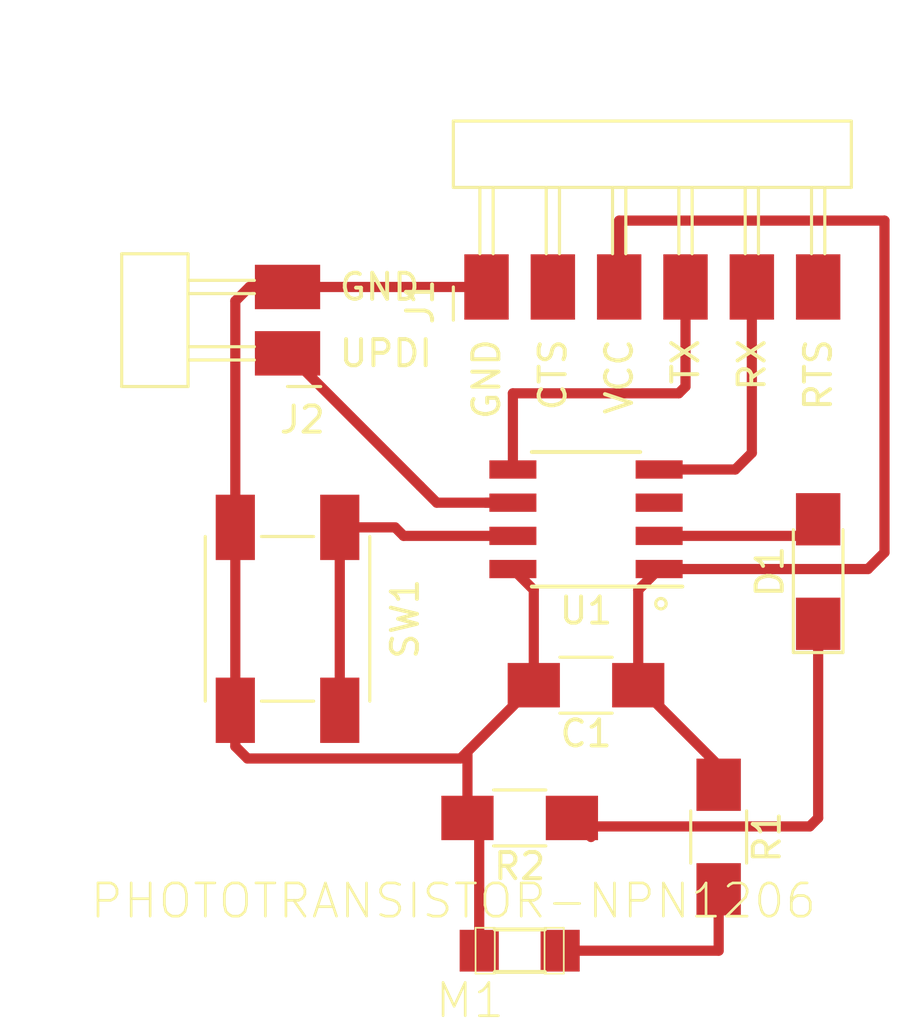
<source format=kicad_pcb>
(kicad_pcb (version 20171130) (host pcbnew "(5.1.9-0-10_14)")

  (general
    (thickness 1.6)
    (drawings 0)
    (tracks 50)
    (zones 0)
    (modules 9)
    (nets 13)
  )

  (page A4)
  (layers
    (0 F.Cu signal)
    (31 B.Cu signal)
    (32 B.Adhes user)
    (33 F.Adhes user)
    (34 B.Paste user)
    (35 F.Paste user)
    (36 B.SilkS user)
    (37 F.SilkS user)
    (38 B.Mask user)
    (39 F.Mask user)
    (40 Dwgs.User user)
    (41 Cmts.User user)
    (42 Eco1.User user)
    (43 Eco2.User user)
    (44 Edge.Cuts user)
    (45 Margin user)
    (46 B.CrtYd user)
    (47 F.CrtYd user)
    (48 B.Fab user)
    (49 F.Fab user)
  )

  (setup
    (last_trace_width 0.39)
    (trace_clearance 0.4)
    (zone_clearance 0.508)
    (zone_45_only no)
    (trace_min 0.2)
    (via_size 0.8)
    (via_drill 0.4)
    (via_min_size 0.4)
    (via_min_drill 0.3)
    (uvia_size 0.3)
    (uvia_drill 0.1)
    (uvias_allowed no)
    (uvia_min_size 0.2)
    (uvia_min_drill 0.1)
    (edge_width 0.05)
    (segment_width 0.2)
    (pcb_text_width 0.3)
    (pcb_text_size 1.5 1.5)
    (mod_edge_width 0.12)
    (mod_text_size 1 1)
    (mod_text_width 0.15)
    (pad_size 1.524 1.524)
    (pad_drill 0.762)
    (pad_to_mask_clearance 0)
    (aux_axis_origin 0 0)
    (visible_elements FFFFFF7F)
    (pcbplotparams
      (layerselection 0x010fc_ffffffff)
      (usegerberextensions false)
      (usegerberattributes true)
      (usegerberadvancedattributes true)
      (creategerberjobfile true)
      (excludeedgelayer true)
      (linewidth 0.100000)
      (plotframeref false)
      (viasonmask false)
      (mode 1)
      (useauxorigin false)
      (hpglpennumber 1)
      (hpglpenspeed 20)
      (hpglpendiameter 15.000000)
      (psnegative false)
      (psa4output false)
      (plotreference true)
      (plotvalue true)
      (plotinvisibletext false)
      (padsonsilk false)
      (subtractmaskfromsilk false)
      (outputformat 1)
      (mirror false)
      (drillshape 1)
      (scaleselection 1)
      (outputdirectory ""))
  )

  (net 0 "")
  (net 1 VCC)
  (net 2 GND)
  (net 3 "Net-(D1-Pad1)")
  (net 4 LED)
  (net 5 "Net-(J1-Pad6)")
  (net 6 Rx)
  (net 7 Tx)
  (net 8 "Net-(J1-Pad2)")
  (net 9 "Net-(J2-Pad1)")
  (net 10 "Net-(M1-PadCOLLECTOR)")
  (net 11 BUTTON)
  (net 12 SENSOR)

  (net_class Default "This is the default net class."
    (clearance 0.4)
    (trace_width 0.39)
    (via_dia 0.8)
    (via_drill 0.4)
    (uvia_dia 0.3)
    (uvia_drill 0.1)
    (add_net BUTTON)
    (add_net GND)
    (add_net LED)
    (add_net "Net-(D1-Pad1)")
    (add_net "Net-(J1-Pad2)")
    (add_net "Net-(J1-Pad6)")
    (add_net "Net-(J2-Pad1)")
    (add_net "Net-(M1-PadCOLLECTOR)")
    (add_net Rx)
    (add_net SENSOR)
    (add_net Tx)
    (add_net VCC)
  )

  (module Fab_Library:fab-OP1206 (layer F.Cu) (tedit 200000) (tstamp 6042836E)
    (at 125.73 118.11 180)
    (path /6042C869)
    (attr smd)
    (fp_text reference M1 (at 1.905 -1.905) (layer F.SilkS)
      (effects (font (size 1.27 1.27) (thickness 0.1016)))
    )
    (fp_text value PHOTOTRANSISTOR-NPN1206 (at 2.54 1.905) (layer F.SilkS)
      (effects (font (size 1.27 1.27) (thickness 0.1016)))
    )
    (fp_line (start -1.6891 0.8763) (end -0.9525 0.8763) (layer F.SilkS) (width 0.06604))
    (fp_line (start -0.9525 0.8763) (end -0.9525 -0.8763) (layer F.SilkS) (width 0.06604))
    (fp_line (start -1.6891 -0.8763) (end -0.9525 -0.8763) (layer F.SilkS) (width 0.06604))
    (fp_line (start -1.6891 0.8763) (end -1.6891 -0.8763) (layer F.SilkS) (width 0.06604))
    (fp_line (start 0.9525 0.8763) (end 1.6891 0.8763) (layer F.SilkS) (width 0.06604))
    (fp_line (start 1.6891 0.8763) (end 1.6891 -0.8763) (layer F.SilkS) (width 0.06604))
    (fp_line (start 0.9525 -0.8763) (end 1.6891 -0.8763) (layer F.SilkS) (width 0.06604))
    (fp_line (start 0.9525 0.8763) (end 0.9525 -0.8763) (layer F.SilkS) (width 0.06604))
    (fp_line (start 0.9525 0.8128) (end -0.9652 0.8128) (layer F.SilkS) (width 0.1524))
    (fp_line (start 0.9525 -0.8128) (end -0.9652 -0.8128) (layer F.SilkS) (width 0.1524))
    (pad EMITTER smd rect (at 1.5494 0 180) (size 1.4986 1.59766) (layers F.Cu F.Paste F.Mask)
      (net 2 GND))
    (pad COLLECTOR smd rect (at -1.5494 0 180) (size 1.4986 1.59766) (layers F.Cu F.Paste F.Mask)
      (net 10 "Net-(M1-PadCOLLECTOR)"))
  )

  (module Fab_Library:SOIC-8_3.9x4.9mm_P1.27mm (layer F.Cu) (tedit 6002FE9A) (tstamp 6042801C)
    (at 128.27 101.6 180)
    (tags "SOIC 1.27")
    (path /60422191)
    (attr smd)
    (fp_text reference U1 (at 0 -3.5) (layer F.SilkS)
      (effects (font (size 1 1) (thickness 0.15)))
    )
    (fp_text value Microcontroller_ATtiny412_SSFR (at -7.62 1.27 90) (layer F.Fab)
      (effects (font (size 1 1) (thickness 0.15)))
    )
    (fp_text user %R (at 0 0) (layer F.Fab)
      (effects (font (size 0.9 0.9) (thickness 0.135)))
    )
    (fp_line (start -3.9 2.75) (end -3.9 -2.8) (layer B.CrtYd) (width 0.05))
    (fp_line (start 3.95 2.75) (end -3.9 2.75) (layer B.CrtYd) (width 0.05))
    (fp_line (start 3.95 -2.8) (end 3.95 2.75) (layer B.CrtYd) (width 0.05))
    (fp_line (start -3.9 -2.8) (end 3.95 -2.8) (layer B.CrtYd) (width 0.05))
    (fp_line (start -1.95 -2.45) (end -1.95 2.45) (layer F.Fab) (width 0.1))
    (fp_line (start 1.95 -2.45) (end 1.95 2.45) (layer F.Fab) (width 0.1))
    (fp_line (start -1.95 2.45) (end 1.95 2.45) (layer F.Fab) (width 0.1))
    (fp_line (start -1.95 -2.45) (end 1.95 -2.45) (layer F.Fab) (width 0.1))
    (fp_line (start -2.075 2.575) (end 2.075 2.575) (layer F.SilkS) (width 0.15))
    (fp_line (start -3.69 -2.575) (end 2.075 -2.575) (layer F.SilkS) (width 0.15))
    (fp_circle (center -2.87 -3.23) (end -2.67 -3.23) (layer F.SilkS) (width 0.12))
    (pad 1 smd rect (at -2.8 -1.905 180) (size 1.8 0.7) (layers F.Cu F.Paste F.Mask)
      (net 1 VCC))
    (pad 2 smd rect (at -2.8 -0.635 180) (size 1.8 0.7) (layers F.Cu F.Paste F.Mask)
      (net 4 LED))
    (pad 3 smd rect (at -2.8 0.635 180) (size 1.8 0.7) (layers F.Cu F.Paste F.Mask)
      (net 12 SENSOR))
    (pad 4 smd rect (at -2.8 1.905 180) (size 1.8 0.7) (layers F.Cu F.Paste F.Mask)
      (net 6 Rx))
    (pad 5 smd rect (at 2.8 1.905 180) (size 1.8 0.7) (layers F.Cu F.Paste F.Mask)
      (net 7 Tx))
    (pad 6 smd rect (at 2.8 0.635 180) (size 1.8 0.7) (layers F.Cu F.Paste F.Mask)
      (net 9 "Net-(J2-Pad1)"))
    (pad 7 smd rect (at 2.8 -0.635 180) (size 1.8 0.7) (layers F.Cu F.Paste F.Mask)
      (net 11 BUTTON))
    (pad 8 smd rect (at 2.8 -1.905 180) (size 1.8 0.7) (layers F.Cu F.Paste F.Mask)
      (net 2 GND))
    (model ${FAB}/fab.3dshapes/SOIC-8_3.9x4.9mm_P1.27mm.step
      (at (xyz 0 0 0))
      (scale (xyz 1 1 1))
      (rotate (xyz 0 0 0))
    )
  )

  (module Fab_Library:Button_Omron_B3SN_6x6mm (layer F.Cu) (tedit 5EC65B05) (tstamp 60428004)
    (at 116.84 105.41 270)
    (descr "Surface Mount Tactile Switch for High-Density Packaging")
    (tags "Tactile Switch")
    (path /6042BA28)
    (attr smd)
    (fp_text reference SW1 (at 0 -4.5 90) (layer F.SilkS)
      (effects (font (size 1 1) (thickness 0.15)))
    )
    (fp_text value BUTTON_B3SN (at 0 4.5 180) (layer F.Fab)
      (effects (font (size 1 1) (thickness 0.15)))
    )
    (fp_text user %R (at 0 -4.5 90) (layer F.Fab)
      (effects (font (size 1 1) (thickness 0.15)))
    )
    (fp_line (start -3 3) (end -3 -3) (layer F.Fab) (width 0.1))
    (fp_line (start 3 3) (end -3 3) (layer F.Fab) (width 0.1))
    (fp_line (start 3 -3) (end 3 3) (layer F.Fab) (width 0.1))
    (fp_line (start -3 -3) (end 3 -3) (layer F.Fab) (width 0.1))
    (fp_circle (center 0 0) (end 1.65 0) (layer F.Fab) (width 0.1))
    (fp_line (start 3.15 -1) (end 3.15 1) (layer F.SilkS) (width 0.12))
    (fp_line (start 3.15 3.15) (end -3.15 3.15) (layer F.SilkS) (width 0.12))
    (fp_line (start -3.15 1) (end -3.15 -1) (layer F.SilkS) (width 0.12))
    (fp_line (start -3.15 -3.15) (end 3.15 -3.15) (layer F.SilkS) (width 0.12))
    (fp_line (start -5 -3.7) (end -5 3.7) (layer F.CrtYd) (width 0.05))
    (fp_line (start 5 -3.7) (end -5 -3.7) (layer F.CrtYd) (width 0.05))
    (fp_line (start 5 3.7) (end 5 -3.7) (layer F.CrtYd) (width 0.05))
    (fp_line (start -5 3.7) (end 5 3.7) (layer F.CrtYd) (width 0.05))
    (pad 1 smd rect (at -3.5 -2 270) (size 2.5 1.5) (layers F.Cu F.Paste F.Mask)
      (net 11 BUTTON))
    (pad 1 smd rect (at 3.5 -2 270) (size 2.5 1.5) (layers F.Cu F.Paste F.Mask)
      (net 11 BUTTON))
    (pad 2 smd rect (at -3.5 2 270) (size 2.5 1.5) (layers F.Cu F.Paste F.Mask)
      (net 2 GND))
    (pad 2 smd rect (at 3.5 2 270) (size 2.5 1.5) (layers F.Cu F.Paste F.Mask)
      (net 2 GND))
    (model ${KISYS3DMOD}/Buttons_Switches_SMD.3dshapes/SW_SPST_B3S-1000.wrl
      (at (xyz 0 0 0))
      (scale (xyz 1 1 1))
      (rotate (xyz 0 0 0))
    )
  )

  (module Fab_Library:R_1206 (layer F.Cu) (tedit 60020482) (tstamp 60427FEE)
    (at 125.73 113.03 180)
    (descr "Resistor SMD 1206, hand soldering")
    (tags "resistor 1206")
    (path /60424F12)
    (attr smd)
    (fp_text reference R2 (at 0 -1.85) (layer F.SilkS)
      (effects (font (size 1 1) (thickness 0.15)))
    )
    (fp_text value 5k (at 0 1.9) (layer F.Fab)
      (effects (font (size 1 1) (thickness 0.15)))
    )
    (fp_text user %R (at 0 0) (layer F.Fab)
      (effects (font (size 0.7 0.7) (thickness 0.105)))
    )
    (fp_line (start -1.6 0.8) (end -1.6 -0.8) (layer F.Fab) (width 0.1))
    (fp_line (start 1.6 0.8) (end -1.6 0.8) (layer F.Fab) (width 0.1))
    (fp_line (start 1.6 -0.8) (end 1.6 0.8) (layer F.Fab) (width 0.1))
    (fp_line (start -1.6 -0.8) (end 1.6 -0.8) (layer F.Fab) (width 0.1))
    (fp_line (start 1 1.07) (end -1 1.07) (layer F.SilkS) (width 0.12))
    (fp_line (start -1 -1.07) (end 1 -1.07) (layer F.SilkS) (width 0.12))
    (fp_line (start -3.25 -1.11) (end 3.25 -1.11) (layer F.CrtYd) (width 0.05))
    (fp_line (start -3.25 -1.11) (end -3.25 1.1) (layer F.CrtYd) (width 0.05))
    (fp_line (start 3.25 1.1) (end 3.25 -1.11) (layer F.CrtYd) (width 0.05))
    (fp_line (start 3.25 1.1) (end -3.25 1.1) (layer F.CrtYd) (width 0.05))
    (pad 1 smd rect (at -2 0 180) (size 2 1.7) (layers F.Cu F.Paste F.Mask)
      (net 3 "Net-(D1-Pad1)"))
    (pad 2 smd rect (at 2 0 180) (size 2 1.7) (layers F.Cu F.Paste F.Mask)
      (net 2 GND))
    (model ${FAB}/fab.3dshapes/R_1206.step
      (at (xyz 0 0 0))
      (scale (xyz 1 1 1))
      (rotate (xyz 0 0 0))
    )
  )

  (module Fab_Library:R_1206 (layer F.Cu) (tedit 60020482) (tstamp 60427FDD)
    (at 133.35 113.76 270)
    (descr "Resistor SMD 1206, hand soldering")
    (tags "resistor 1206")
    (path /6043B9D3)
    (attr smd)
    (fp_text reference R1 (at 0 -1.85 90) (layer F.SilkS)
      (effects (font (size 1 1) (thickness 0.15)))
    )
    (fp_text value 10k (at 0 1.9 90) (layer F.Fab)
      (effects (font (size 1 1) (thickness 0.15)))
    )
    (fp_text user %R (at 0 0 90) (layer F.Fab)
      (effects (font (size 0.7 0.7) (thickness 0.105)))
    )
    (fp_line (start -1.6 0.8) (end -1.6 -0.8) (layer F.Fab) (width 0.1))
    (fp_line (start 1.6 0.8) (end -1.6 0.8) (layer F.Fab) (width 0.1))
    (fp_line (start 1.6 -0.8) (end 1.6 0.8) (layer F.Fab) (width 0.1))
    (fp_line (start -1.6 -0.8) (end 1.6 -0.8) (layer F.Fab) (width 0.1))
    (fp_line (start 1 1.07) (end -1 1.07) (layer F.SilkS) (width 0.12))
    (fp_line (start -1 -1.07) (end 1 -1.07) (layer F.SilkS) (width 0.12))
    (fp_line (start -3.25 -1.11) (end 3.25 -1.11) (layer F.CrtYd) (width 0.05))
    (fp_line (start -3.25 -1.11) (end -3.25 1.1) (layer F.CrtYd) (width 0.05))
    (fp_line (start 3.25 1.1) (end 3.25 -1.11) (layer F.CrtYd) (width 0.05))
    (fp_line (start 3.25 1.1) (end -3.25 1.1) (layer F.CrtYd) (width 0.05))
    (pad 1 smd rect (at -2 0 270) (size 2 1.7) (layers F.Cu F.Paste F.Mask)
      (net 1 VCC))
    (pad 2 smd rect (at 2 0 270) (size 2 1.7) (layers F.Cu F.Paste F.Mask)
      (net 10 "Net-(M1-PadCOLLECTOR)"))
    (model ${FAB}/fab.3dshapes/R_1206.step
      (at (xyz 0 0 0))
      (scale (xyz 1 1 1))
      (rotate (xyz 0 0 0))
    )
  )

  (module Fab_Library:Header_SMD_UPDI_01x02_P2.54mm_Horizontal_Male (layer F.Cu) (tedit 5FFD954C) (tstamp 60427FCC)
    (at 116.84 95.25 180)
    (descr https://s3.amazonaws.com/catalogspreads-pdf/PAGE112-113%20.100%20MALE%20HDR.pdf)
    (tags "horizontal pin header SMD 2.54mm")
    (path /60427CBC)
    (attr smd)
    (fp_text reference J2 (at -1.524 -2.54 180) (layer F.SilkS)
      (effects (font (size 1 1) (thickness 0.15)) (justify right))
    )
    (fp_text value Conn_UPDI_01x02_Male (at 2.1 5.4) (layer F.Fab)
      (effects (font (size 1 1) (thickness 0.15)))
    )
    (fp_text user GND (at -1.905 2.54) (layer F.SilkS)
      (effects (font (size 1 1) (thickness 0.15)) (justify left))
    )
    (fp_text user UPDI (at -1.905 0) (layer F.SilkS)
      (effects (font (size 1 1) (thickness 0.15)) (justify left))
    )
    (fp_text user %R (at 2.54 1.27 90) (layer F.Fab)
      (effects (font (size 1 1) (thickness 0.15)))
    )
    (fp_line (start -0.635 2.286) (end -0.635 2.794) (layer F.Fab) (width 0.1))
    (fp_line (start -0.635 -0.254) (end -0.635 0.254) (layer F.Fab) (width 0.1))
    (fp_line (start 3.81 2.794) (end 1.27 2.794) (layer F.SilkS) (width 0.12))
    (fp_line (start 3.81 2.286) (end 1.27 2.286) (layer F.SilkS) (width 0.12))
    (fp_line (start 3.81 0.254) (end 1.27 0.254) (layer F.SilkS) (width 0.12))
    (fp_line (start 3.81 -0.254) (end 1.27 -0.254) (layer F.SilkS) (width 0.12))
    (fp_line (start 3.81 3.81) (end 3.81 -1.27) (layer F.SilkS) (width 0.12))
    (fp_line (start 6.35 3.81) (end 3.81 3.81) (layer F.SilkS) (width 0.12))
    (fp_line (start 6.35 -1.27) (end 6.35 3.81) (layer F.SilkS) (width 0.12))
    (fp_line (start 3.81 -1.27) (end 6.35 -1.27) (layer F.SilkS) (width 0.12))
    (fp_line (start 3.81 2.54) (end -0.635 2.54) (layer F.Fab) (width 0.1))
    (fp_line (start 3.81 0) (end -0.635 0) (layer F.Fab) (width 0.1))
    (fp_line (start 6.34 -1.27) (end 6.35 3.81) (layer F.Fab) (width 0.1))
    (fp_line (start 3.8 3.81) (end 6.35 3.81) (layer F.Fab) (width 0.1))
    (fp_line (start 3.8 -1.27) (end 6.34 -1.27) (layer F.Fab) (width 0.1))
    (fp_line (start 3.81 3.81) (end 3.8 -1.27) (layer F.Fab) (width 0.1))
    (fp_line (start -1.27 -1.27) (end 0 -1.27) (layer F.SilkS) (width 0.12))
    (fp_line (start -1.8 -1.8) (end -1.8 4.3) (layer F.CrtYd) (width 0.05))
    (fp_line (start -1.8 4.3) (end 6.4 4.3) (layer F.CrtYd) (width 0.05))
    (fp_line (start 6.4 4.3) (end 6.4 -1.8) (layer F.CrtYd) (width 0.05))
    (fp_line (start 6.4 -1.8) (end -1.8 -1.8) (layer F.CrtYd) (width 0.05))
    (pad 2 smd rect (at 0 2.54 180) (size 2.5 1.7) (layers F.Cu F.Paste F.Mask)
      (net 2 GND))
    (pad 1 smd rect (at 0 0 180) (size 2.5 1.7) (layers F.Cu F.Paste F.Mask)
      (net 9 "Net-(J2-Pad1)"))
    (model ${FAB}/fab.3dshapes/Header_SMD_01x02_P2.54mm_Horizontal_Male.step
      (at (xyz 0 0 0))
      (scale (xyz 1 1 1))
      (rotate (xyz 0 0 0))
    )
  )

  (module Fab_Library:Header_SMD_FTDI_01x06_P2.54mm_Horizontal_Male (layer F.Cu) (tedit 5FFD952E) (tstamp 60427FAE)
    (at 124.46 92.71 90)
    (descr https://s3.amazonaws.com/catalogspreads-pdf/PAGE112-113%20.100%20MALE%20HDR.pdf)
    (tags "horizontal pin header SMD 2.54mm")
    (path /6042A3B3)
    (attr smd)
    (fp_text reference J1 (at -1.524 -2.54 270) (layer F.SilkS)
      (effects (font (size 1 1) (thickness 0.15)) (justify left))
    )
    (fp_text value Conn_FTDI_01x06_Male (at 2.286 15.621 90) (layer F.Fab)
      (effects (font (size 1 1) (thickness 0.15)))
    )
    (fp_text user RTS (at -1.905 12.7 90) (layer F.SilkS)
      (effects (font (size 1 1) (thickness 0.15)) (justify right))
    )
    (fp_text user RX (at -1.905 10.16 90) (layer F.SilkS)
      (effects (font (size 1 1) (thickness 0.15)) (justify right))
    )
    (fp_text user TX (at -1.905 7.62 90) (layer F.SilkS)
      (effects (font (size 1 1) (thickness 0.15)) (justify right))
    )
    (fp_text user VCC (at -1.905 5.08 90) (layer F.SilkS)
      (effects (font (size 1 1) (thickness 0.15)) (justify right))
    )
    (fp_text user CTS (at -1.905 2.54 90) (layer F.SilkS)
      (effects (font (size 1 1) (thickness 0.15)) (justify right))
    )
    (fp_text user GND (at -1.905 0 90) (layer F.SilkS)
      (effects (font (size 1 1) (thickness 0.15)) (justify right))
    )
    (fp_text user %R (at 2.6 6.1) (layer F.Fab)
      (effects (font (size 1 1) (thickness 0.15)))
    )
    (fp_line (start -0.635 12.446) (end -0.635 12.954) (layer F.Fab) (width 0.1))
    (fp_line (start -0.635 9.906) (end -0.635 10.414) (layer F.Fab) (width 0.1))
    (fp_line (start -0.635 7.366) (end -0.635 7.874) (layer F.Fab) (width 0.1))
    (fp_line (start -0.635 4.826) (end -0.635 5.334) (layer F.Fab) (width 0.1))
    (fp_line (start -0.635 2.286) (end -0.635 2.794) (layer F.Fab) (width 0.1))
    (fp_line (start -0.635 -0.254) (end -0.635 0.254) (layer F.Fab) (width 0.1))
    (fp_line (start 3.81 12.954) (end 1.27 12.954) (layer F.SilkS) (width 0.12))
    (fp_line (start 3.81 12.446) (end 1.27 12.446) (layer F.SilkS) (width 0.12))
    (fp_line (start 3.81 10.414) (end 1.27 10.414) (layer F.SilkS) (width 0.12))
    (fp_line (start 3.81 9.906) (end 1.27 9.906) (layer F.SilkS) (width 0.12))
    (fp_line (start 3.81 7.874) (end 1.27 7.874) (layer F.SilkS) (width 0.12))
    (fp_line (start 3.81 7.366) (end 1.27 7.366) (layer F.SilkS) (width 0.12))
    (fp_line (start 3.81 5.334) (end 1.27 5.334) (layer F.SilkS) (width 0.12))
    (fp_line (start 3.81 4.826) (end 1.27 4.826) (layer F.SilkS) (width 0.12))
    (fp_line (start 3.81 2.794) (end 1.27 2.794) (layer F.SilkS) (width 0.12))
    (fp_line (start 3.81 2.286) (end 1.27 2.286) (layer F.SilkS) (width 0.12))
    (fp_line (start 3.81 0.254) (end 1.27 0.254) (layer F.SilkS) (width 0.12))
    (fp_line (start 3.81 -0.254) (end 1.27 -0.254) (layer F.SilkS) (width 0.12))
    (fp_line (start 3.81 13.97) (end 3.81 -1.27) (layer F.SilkS) (width 0.12))
    (fp_line (start 6.35 13.97) (end 3.81 13.97) (layer F.SilkS) (width 0.12))
    (fp_line (start 6.35 -1.27) (end 6.35 13.97) (layer F.SilkS) (width 0.12))
    (fp_line (start 3.81 -1.27) (end 6.35 -1.27) (layer F.SilkS) (width 0.12))
    (fp_line (start 3.81 12.7) (end -0.635 12.7) (layer F.Fab) (width 0.1))
    (fp_line (start 3.81 10.16) (end -0.635 10.16) (layer F.Fab) (width 0.1))
    (fp_line (start 3.81 7.62) (end -0.635 7.62) (layer F.Fab) (width 0.1))
    (fp_line (start 3.81 5.08) (end -0.635 5.08) (layer F.Fab) (width 0.1))
    (fp_line (start 3.81 2.54) (end -0.635 2.54) (layer F.Fab) (width 0.1))
    (fp_line (start 3.81 0) (end -0.635 0) (layer F.Fab) (width 0.1))
    (fp_line (start 6.34 -1.27) (end 6.35 13.97) (layer F.Fab) (width 0.1))
    (fp_line (start 3.8 13.97) (end 6.35 13.97) (layer F.Fab) (width 0.1))
    (fp_line (start 3.8 -1.27) (end 6.34 -1.27) (layer F.Fab) (width 0.1))
    (fp_line (start 3.8 13.97) (end 3.8 -1.27) (layer F.Fab) (width 0.1))
    (fp_line (start -1.27 -1.27) (end 0 -1.27) (layer F.SilkS) (width 0.12))
    (fp_line (start -1.8 -1.8) (end -1.8 14.5) (layer F.CrtYd) (width 0.05))
    (fp_line (start -1.8 14.5) (end 6.4 14.5) (layer F.CrtYd) (width 0.05))
    (fp_line (start 6.4 14.5) (end 6.4 -1.8) (layer F.CrtYd) (width 0.05))
    (fp_line (start 6.4 -1.8) (end -1.8 -1.8) (layer F.CrtYd) (width 0.05))
    (pad 6 smd rect (at 0 12.7 90) (size 2.5 1.7) (layers F.Cu F.Paste F.Mask)
      (net 5 "Net-(J1-Pad6)"))
    (pad 5 smd rect (at 0 10.16 90) (size 2.5 1.7) (layers F.Cu F.Paste F.Mask)
      (net 6 Rx))
    (pad 4 smd rect (at 0 7.62 90) (size 2.5 1.7) (layers F.Cu F.Paste F.Mask)
      (net 7 Tx))
    (pad 3 smd rect (at 0 5.08 90) (size 2.5 1.7) (layers F.Cu F.Paste F.Mask)
      (net 1 VCC))
    (pad 2 smd rect (at 0 2.54 90) (size 2.5 1.7) (layers F.Cu F.Paste F.Mask)
      (net 8 "Net-(J1-Pad2)"))
    (pad 1 smd rect (at 0 0 90) (size 2.5 1.7) (layers F.Cu F.Paste F.Mask)
      (net 2 GND))
    (model ${FAB}/fab.3dshapes/Header_SMD_01x06_P2.54mm_Horizontal_Male.step
      (at (xyz 0 0 0))
      (scale (xyz 1 1 1))
      (rotate (xyz 0 0 0))
    )
  )

  (module Fab_Library:LED_1206 (layer F.Cu) (tedit 595FC724) (tstamp 60427F78)
    (at 137.16 103.6 90)
    (descr "LED SMD 1206, hand soldering")
    (tags "LED 1206")
    (path /604266F0)
    (attr smd)
    (fp_text reference D1 (at 0 -1.85 90) (layer F.SilkS)
      (effects (font (size 1 1) (thickness 0.15)))
    )
    (fp_text value LED (at 0 1.9 90) (layer F.Fab)
      (effects (font (size 1 1) (thickness 0.15)))
    )
    (fp_line (start 3.25 1.1) (end -3.25 1.1) (layer F.CrtYd) (width 0.05))
    (fp_line (start 3.25 1.1) (end 3.25 -1.11) (layer F.CrtYd) (width 0.05))
    (fp_line (start -3.25 -1.11) (end -3.25 1.1) (layer F.CrtYd) (width 0.05))
    (fp_line (start -3.25 -1.11) (end 3.25 -1.11) (layer F.CrtYd) (width 0.05))
    (fp_line (start -3.1 -0.95) (end 1.6 -0.95) (layer F.SilkS) (width 0.12))
    (fp_line (start -3.1 0.95) (end 1.6 0.95) (layer F.SilkS) (width 0.12))
    (fp_line (start -1.6 -0.8) (end 1.6 -0.8) (layer F.Fab) (width 0.1))
    (fp_line (start 1.6 -0.8) (end 1.6 0.8) (layer F.Fab) (width 0.1))
    (fp_line (start 1.6 0.8) (end -1.6 0.8) (layer F.Fab) (width 0.1))
    (fp_line (start -1.6 0.8) (end -1.6 -0.8) (layer F.Fab) (width 0.1))
    (fp_line (start -0.45 -0.4) (end -0.45 0.4) (layer F.Fab) (width 0.1))
    (fp_line (start 0.2 0.4) (end -0.4 0) (layer F.Fab) (width 0.1))
    (fp_line (start 0.2 -0.4) (end 0.2 0.4) (layer F.Fab) (width 0.1))
    (fp_line (start -0.4 0) (end 0.2 -0.4) (layer F.Fab) (width 0.1))
    (fp_line (start -3.1 -0.95) (end -3.1 0.95) (layer F.SilkS) (width 0.12))
    (pad 1 smd rect (at -2 0 90) (size 2 1.7) (layers F.Cu F.Paste F.Mask)
      (net 3 "Net-(D1-Pad1)"))
    (pad 2 smd rect (at 2 0 90) (size 2 1.7) (layers F.Cu F.Paste F.Mask)
      (net 4 LED))
    (model ${KISYS3DMOD}/LEDs.3dshapes/LED_1206.wrl
      (at (xyz 0 0 0))
      (scale (xyz 1 1 1))
      (rotate (xyz 0 0 180))
    )
  )

  (module Fab_Library:C_1206 (layer F.Cu) (tedit 6002C54C) (tstamp 60427F63)
    (at 128.27 107.95 180)
    (descr "Capacitor SMD 1206, hand soldering")
    (tags "capacitor 1206")
    (path /60423D4D)
    (attr smd)
    (fp_text reference C1 (at 0 -1.85) (layer F.SilkS)
      (effects (font (size 1 1) (thickness 0.15)))
    )
    (fp_text value 1µ (at 0 1.9) (layer F.Fab)
      (effects (font (size 1 1) (thickness 0.15)))
    )
    (fp_text user %R (at 0 0) (layer F.Fab)
      (effects (font (size 0.7 0.7) (thickness 0.105)))
    )
    (fp_line (start -1.6 0.8) (end -1.6 -0.8) (layer F.Fab) (width 0.1))
    (fp_line (start 1.6 0.8) (end -1.6 0.8) (layer F.Fab) (width 0.1))
    (fp_line (start 1.6 -0.8) (end 1.6 0.8) (layer F.Fab) (width 0.1))
    (fp_line (start -1.6 -0.8) (end 1.6 -0.8) (layer F.Fab) (width 0.1))
    (fp_line (start 1 1.07) (end -1 1.07) (layer F.SilkS) (width 0.12))
    (fp_line (start -1 -1.07) (end 1 -1.07) (layer F.SilkS) (width 0.12))
    (fp_line (start -3.25 -1.11) (end 3.25 -1.11) (layer F.CrtYd) (width 0.05))
    (fp_line (start -3.25 -1.11) (end -3.25 1.1) (layer F.CrtYd) (width 0.05))
    (fp_line (start 3.25 1.1) (end 3.25 -1.11) (layer F.CrtYd) (width 0.05))
    (fp_line (start 3.25 1.1) (end -3.25 1.1) (layer F.CrtYd) (width 0.05))
    (pad 1 smd rect (at -2 0 180) (size 2 1.7) (layers F.Cu F.Paste F.Mask)
      (net 1 VCC))
    (pad 2 smd rect (at 2 0 180) (size 2 1.7) (layers F.Cu F.Paste F.Mask)
      (net 2 GND))
    (model ${FAB}/fab.3dshapes/C_1206.step
      (at (xyz 0 0 0))
      (scale (xyz 1 1 1))
      (rotate (xyz 0 0 0))
    )
  )

  (segment (start 133.35 111.03) (end 130.27 107.95) (width 0.39) (layer F.Cu) (net 1))
  (segment (start 133.35 111.76) (end 133.35 111.03) (width 0.39) (layer F.Cu) (net 1))
  (segment (start 130.27 104.305) (end 131.07 103.505) (width 0.39) (layer F.Cu) (net 1))
  (segment (start 130.27 107.95) (end 130.27 104.305) (width 0.39) (layer F.Cu) (net 1))
  (segment (start 129.54 93.341002) (end 129.54 92.71) (width 0.39) (layer F.Cu) (net 1))
  (segment (start 129.54 90.17) (end 129.54 93.341002) (width 0.39) (layer F.Cu) (net 1))
  (segment (start 139.7 90.17) (end 129.54 90.17) (width 0.39) (layer F.Cu) (net 1))
  (segment (start 139.7 102.87) (end 139.7 90.17) (width 0.39) (layer F.Cu) (net 1))
  (segment (start 139.065 103.505) (end 139.7 102.87) (width 0.39) (layer F.Cu) (net 1))
  (segment (start 131.07 103.505) (end 139.065 103.505) (width 0.39) (layer F.Cu) (net 1))
  (segment (start 126.27 104.305) (end 125.47 103.505) (width 0.39) (layer F.Cu) (net 2))
  (segment (start 126.27 107.95) (end 126.27 104.305) (width 0.39) (layer F.Cu) (net 2))
  (segment (start 114.84 101.91) (end 114.84 108.91) (width 0.39) (layer F.Cu) (net 2))
  (segment (start 124.1806 113.4806) (end 123.73 113.03) (width 0.39) (layer F.Cu) (net 2))
  (segment (start 124.1806 118.11) (end 124.1806 113.4806) (width 0.39) (layer F.Cu) (net 2))
  (segment (start 123.73 110.49) (end 126.27 107.95) (width 0.39) (layer F.Cu) (net 2))
  (segment (start 123.73 113.03) (end 123.73 110.49) (width 0.39) (layer F.Cu) (net 2))
  (segment (start 123.464999 110.755001) (end 123.73 110.49) (width 0.39) (layer F.Cu) (net 2))
  (segment (start 123.464999 110.755001) (end 115.304999 110.755001) (width 0.39) (layer F.Cu) (net 2))
  (segment (start 114.84 110.290002) (end 114.84 108.91) (width 0.39) (layer F.Cu) (net 2))
  (segment (start 115.304999 110.755001) (end 114.84 110.290002) (width 0.39) (layer F.Cu) (net 2))
  (segment (start 116.84 92.71) (end 124.46 92.71) (width 0.39) (layer F.Cu) (net 2))
  (segment (start 114.84 101.91) (end 114.84 93.25) (width 0.39) (layer F.Cu) (net 2))
  (segment (start 115.38 92.71) (end 116.84 92.71) (width 0.39) (layer F.Cu) (net 2))
  (segment (start 114.84 93.25) (end 115.38 92.71) (width 0.39) (layer F.Cu) (net 2))
  (segment (start 128.46 113.76) (end 127.73 113.03) (width 0.39) (layer F.Cu) (net 3))
  (segment (start 127.73 113.03) (end 128.055001 113.355001) (width 0.39) (layer F.Cu) (net 3))
  (segment (start 128.055001 113.355001) (end 136.834999 113.355001) (width 0.39) (layer F.Cu) (net 3))
  (segment (start 137.16 113.03) (end 137.16 105.6) (width 0.39) (layer F.Cu) (net 3))
  (segment (start 136.834999 113.355001) (end 137.16 113.03) (width 0.39) (layer F.Cu) (net 3))
  (segment (start 136.525 102.235) (end 137.16 101.6) (width 0.39) (layer F.Cu) (net 4))
  (segment (start 131.07 102.235) (end 136.525 102.235) (width 0.39) (layer F.Cu) (net 4))
  (segment (start 131.07 99.695) (end 133.985 99.695) (width 0.39) (layer F.Cu) (net 6))
  (segment (start 134.62 99.06) (end 134.62 92.71) (width 0.39) (layer F.Cu) (net 6))
  (segment (start 133.985 99.695) (end 134.62 99.06) (width 0.39) (layer F.Cu) (net 6))
  (segment (start 125.47 99.695) (end 125.47 96.78) (width 0.39) (layer F.Cu) (net 7))
  (segment (start 125.47 96.78) (end 131.82 96.78) (width 0.39) (layer F.Cu) (net 7))
  (segment (start 132.08 96.52) (end 132.08 92.71) (width 0.39) (layer F.Cu) (net 7))
  (segment (start 131.82 96.78) (end 132.08 96.52) (width 0.39) (layer F.Cu) (net 7))
  (segment (start 125.47 100.965) (end 124.418998 100.965) (width 0.39) (layer F.Cu) (net 9))
  (segment (start 125.47 100.965) (end 122.555 100.965) (width 0.39) (layer F.Cu) (net 9))
  (segment (start 122.555 100.965) (end 121.92 100.33) (width 0.39) (layer F.Cu) (net 9))
  (segment (start 121.92 100.33) (end 116.84 95.25) (width 0.39) (layer F.Cu) (net 9))
  (segment (start 127.2794 118.11) (end 133.35 118.11) (width 0.39) (layer F.Cu) (net 10))
  (segment (start 133.35 118.11) (end 133.35 115.76) (width 0.39) (layer F.Cu) (net 10))
  (segment (start 118.84 108.91) (end 118.84 101.91) (width 0.39) (layer F.Cu) (net 11))
  (segment (start 125.47 102.235) (end 125.095 102.235) (width 0.39) (layer F.Cu) (net 11))
  (segment (start 125.47 102.235) (end 121.285 102.235) (width 0.39) (layer F.Cu) (net 11))
  (segment (start 120.96 101.91) (end 118.84 101.91) (width 0.39) (layer F.Cu) (net 11))
  (segment (start 121.285 102.235) (end 120.96 101.91) (width 0.39) (layer F.Cu) (net 11))

)

</source>
